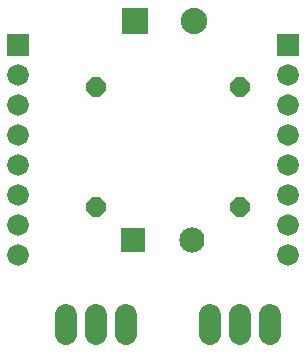
<source format=gbs>
G75*
%MOIN*%
%OFA0B0*%
%FSLAX25Y25*%
%IPPOS*%
%LPD*%
%AMOC8*
5,1,8,0,0,1.08239X$1,22.5*
%
%ADD10R,0.07200X0.07200*%
%ADD11C,0.07200*%
%ADD12OC8,0.06400*%
%ADD13C,0.07200*%
%ADD14R,0.08800X0.08800*%
%ADD15C,0.08800*%
%ADD16C,0.08400*%
%ADD17R,0.08400X0.08400*%
D10*
X0092000Y0106500D03*
X0182000Y0106500D03*
D11*
X0092000Y0036500D03*
X0092000Y0046500D03*
X0092000Y0056500D03*
X0092000Y0066500D03*
X0092000Y0076500D03*
X0092000Y0086500D03*
X0092000Y0096500D03*
X0182000Y0096500D03*
X0182000Y0086500D03*
X0182000Y0076500D03*
X0182000Y0066500D03*
X0182000Y0056500D03*
X0182000Y0046500D03*
X0182000Y0036500D03*
D12*
X0166000Y0052500D03*
X0118000Y0052500D03*
X0118000Y0092500D03*
X0166000Y0092500D03*
D13*
X0166000Y0016700D02*
X0166000Y0010300D01*
X0176000Y0010300D02*
X0176000Y0016700D01*
X0156000Y0016700D02*
X0156000Y0010300D01*
X0128000Y0010300D02*
X0128000Y0016700D01*
X0118000Y0016700D02*
X0118000Y0010300D01*
X0108000Y0010300D02*
X0108000Y0016700D01*
D14*
X0131000Y0114500D03*
D15*
X0150685Y0114500D03*
D16*
X0149843Y0041500D03*
D17*
X0130157Y0041500D03*
M02*

</source>
